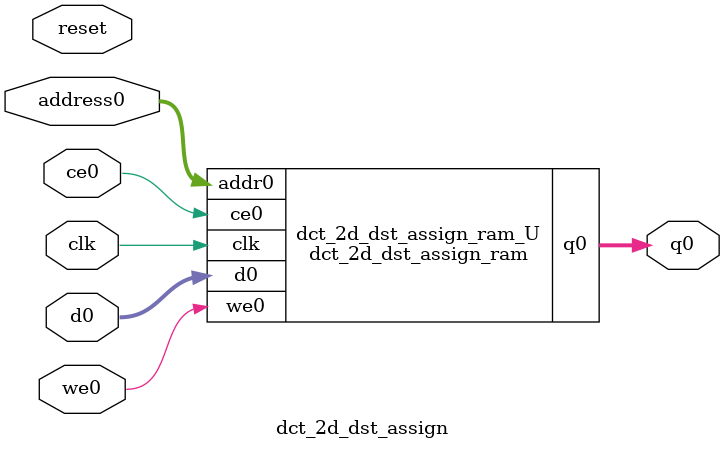
<source format=v>

`timescale 1 ns / 1 ps
module dct_2d_dst_assign_ram (addr0, ce0, d0, we0, q0,  clk);

parameter DWIDTH = 16;
parameter AWIDTH = 6;
parameter MEM_SIZE = 64;

input[AWIDTH-1:0] addr0;
input ce0;
input[DWIDTH-1:0] d0;
input we0;
output reg[DWIDTH-1:0] q0;
input clk;

(* ram_style = "block" *)reg [DWIDTH-1:0] ram[0:MEM_SIZE-1];




always @(posedge clk)  
begin 
    if (ce0) 
    begin
        if (we0) 
        begin 
            ram[addr0] <= d0; 
            q0 <= d0;
        end 
        else 
            q0 <= ram[addr0];
    end
end


endmodule


`timescale 1 ns / 1 ps
module dct_2d_dst_assign(
    reset,
    clk,
    address0,
    ce0,
    we0,
    d0,
    q0);

parameter DataWidth = 32'd16;
parameter AddressRange = 32'd64;
parameter AddressWidth = 32'd6;
input reset;
input clk;
input[AddressWidth - 1:0] address0;
input ce0;
input we0;
input[DataWidth - 1:0] d0;
output[DataWidth - 1:0] q0;



dct_2d_dst_assign_ram dct_2d_dst_assign_ram_U(
    .clk( clk ),
    .addr0( address0 ),
    .ce0( ce0 ),
    .d0( d0 ),
    .we0( we0 ),
    .q0( q0 ));

endmodule


</source>
